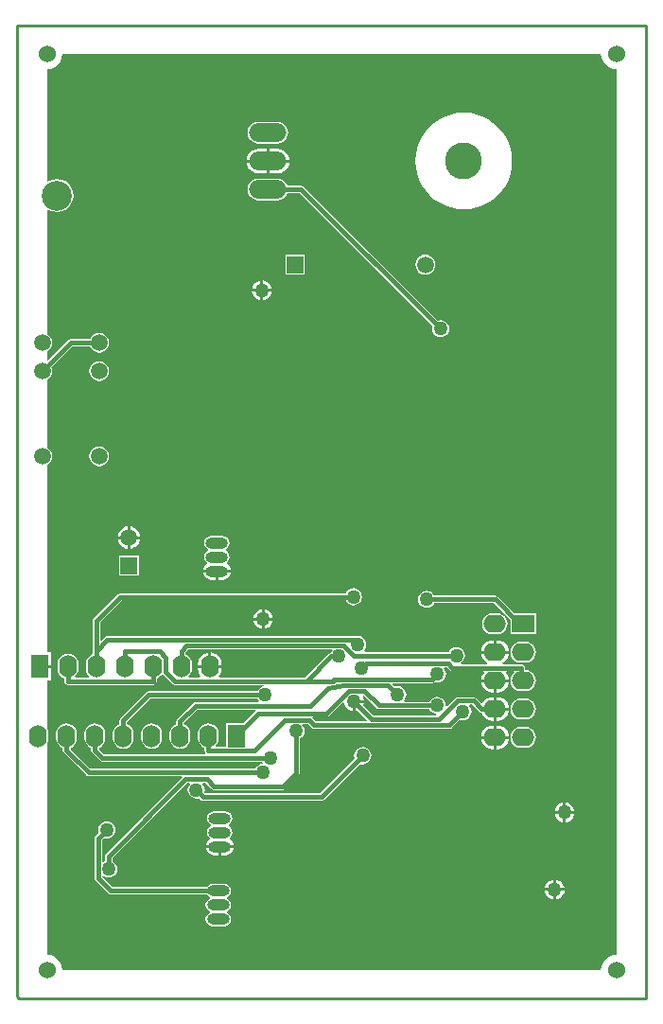
<source format=gbl>
G04*
G04 #@! TF.GenerationSoftware,Altium Limited,Altium Designer,20.0.13 (296)*
G04*
G04 Layer_Physical_Order=2*
G04 Layer_Color=16711680*
%FSLAX25Y25*%
%MOIN*%
G70*
G01*
G75*
%ADD16C,0.06000*%
%ADD20C,0.01000*%
%ADD67C,0.01520*%
%ADD68O,0.07874X0.03937*%
%ADD69O,0.07874X0.03937*%
%ADD70R,0.05937X0.05937*%
%ADD71C,0.05937*%
%ADD72C,0.05906*%
%ADD73R,0.05906X0.05906*%
%ADD74O,0.06299X0.07874*%
%ADD75R,0.06299X0.07874*%
%ADD76C,0.10551*%
%ADD77C,0.13000*%
%ADD78O,0.13200X0.06600*%
%ADD79R,0.07874X0.06299*%
%ADD80O,0.07874X0.06299*%
%ADD81C,0.05000*%
G36*
X205752Y-9941D02*
X205939Y-11356D01*
X206485Y-12675D01*
X207354Y-13807D01*
X208487Y-14676D01*
X209805Y-15223D01*
X211221Y-15409D01*
Y-327308D01*
X209805Y-327494D01*
X208487Y-328040D01*
X207354Y-328909D01*
X206485Y-330042D01*
X205939Y-331360D01*
X205752Y-332776D01*
X15901D01*
X15715Y-331360D01*
X15169Y-330042D01*
X14300Y-328909D01*
X13167Y-328040D01*
X11848Y-327494D01*
X10433Y-327308D01*
X10433Y-327308D01*
Y-253037D01*
X10566Y-252864D01*
X10934Y-251976D01*
X11059Y-251024D01*
Y-249449D01*
X10934Y-248496D01*
X10566Y-247608D01*
X10433Y-247435D01*
Y-230673D01*
X12027D01*
Y-226236D01*
X7878D01*
Y-225236D01*
X12027D01*
Y-220799D01*
X10433D01*
Y-154829D01*
X10619Y-154752D01*
X11340Y-154199D01*
X11894Y-153478D01*
X12242Y-152638D01*
X12360Y-151736D01*
X12242Y-150835D01*
X11894Y-149995D01*
X11340Y-149274D01*
X10619Y-148720D01*
X10433Y-148643D01*
Y-124829D01*
X10619Y-124752D01*
X11340Y-124199D01*
X11894Y-123477D01*
X12242Y-122638D01*
X12360Y-121736D01*
X12242Y-120835D01*
X12053Y-120378D01*
X19410Y-113021D01*
X25673D01*
X25862Y-113478D01*
X26415Y-114199D01*
X27137Y-114752D01*
X27977Y-115100D01*
X28878Y-115219D01*
X29779Y-115100D01*
X30619Y-114752D01*
X31341Y-114199D01*
X31894Y-113478D01*
X32242Y-112638D01*
X32361Y-111736D01*
X32242Y-110835D01*
X31894Y-109995D01*
X31341Y-109274D01*
X30619Y-108720D01*
X29779Y-108372D01*
X28878Y-108254D01*
X27977Y-108372D01*
X27137Y-108720D01*
X26415Y-109274D01*
X25862Y-109995D01*
X25673Y-110451D01*
X18878D01*
X18878Y-110451D01*
X18386Y-110549D01*
X17969Y-110828D01*
X17969Y-110828D01*
X10895Y-117902D01*
X10433Y-117711D01*
Y-114829D01*
X10619Y-114752D01*
X11340Y-114199D01*
X11894Y-113478D01*
X12242Y-112638D01*
X12360Y-111736D01*
X12242Y-110835D01*
X11894Y-109995D01*
X11340Y-109274D01*
X10619Y-108720D01*
X10433Y-108643D01*
Y-65010D01*
X10881Y-64789D01*
X11072Y-64935D01*
X12477Y-65517D01*
X13984Y-65715D01*
X15492Y-65517D01*
X16897Y-64935D01*
X18104Y-64009D01*
X19029Y-62802D01*
X19611Y-61398D01*
X19810Y-59890D01*
X19611Y-58382D01*
X19029Y-56977D01*
X18104Y-55771D01*
X16897Y-54845D01*
X15492Y-54263D01*
X13984Y-54064D01*
X12477Y-54263D01*
X11072Y-54845D01*
X10881Y-54991D01*
X10433Y-54770D01*
Y-15409D01*
X10433Y-15409D01*
X11848Y-15223D01*
X13167Y-14676D01*
X14300Y-13807D01*
X15169Y-12675D01*
X15715Y-11356D01*
X15901Y-9941D01*
X15901Y-9941D01*
X205752D01*
X205752Y-9941D01*
D02*
G37*
%LPC*%
G36*
X91678Y-33903D02*
X85078D01*
X84086Y-34034D01*
X83161Y-34417D01*
X82368Y-35026D01*
X81759Y-35820D01*
X81376Y-36744D01*
X81245Y-37736D01*
X81376Y-38728D01*
X81759Y-39653D01*
X82368Y-40446D01*
X83161Y-41056D01*
X84086Y-41438D01*
X85078Y-41569D01*
X91678D01*
X92670Y-41438D01*
X93594Y-41056D01*
X94388Y-40446D01*
X94997Y-39653D01*
X95380Y-38728D01*
X95511Y-37736D01*
X95380Y-36744D01*
X94997Y-35820D01*
X94388Y-35026D01*
X93594Y-34417D01*
X92670Y-34034D01*
X91678Y-33903D01*
D02*
G37*
G36*
Y-43399D02*
X88878D01*
Y-47236D01*
X95949D01*
X95867Y-46614D01*
X95434Y-45568D01*
X94745Y-44669D01*
X93846Y-43980D01*
X92800Y-43547D01*
X91678Y-43399D01*
D02*
G37*
G36*
X87878D02*
X85078D01*
X83955Y-43547D01*
X82909Y-43980D01*
X82011Y-44669D01*
X81322Y-45568D01*
X80889Y-46614D01*
X80807Y-47236D01*
X87878D01*
Y-43399D01*
D02*
G37*
G36*
X95949Y-48236D02*
X88878D01*
Y-52073D01*
X91678D01*
X92800Y-51925D01*
X93846Y-51492D01*
X94745Y-50803D01*
X95434Y-49905D01*
X95867Y-48859D01*
X95949Y-48236D01*
D02*
G37*
G36*
X87878D02*
X80807D01*
X80889Y-48859D01*
X81322Y-49905D01*
X82011Y-50803D01*
X82909Y-51492D01*
X83955Y-51925D01*
X85078Y-52073D01*
X87878D01*
Y-48236D01*
D02*
G37*
G36*
X157378Y-30700D02*
X155154Y-30845D01*
X152969Y-31280D01*
X150858Y-31997D01*
X148860Y-32982D01*
X147007Y-34220D01*
X145331Y-35690D01*
X143862Y-37365D01*
X142624Y-39218D01*
X141638Y-41217D01*
X140922Y-43327D01*
X140487Y-45513D01*
X140341Y-47736D01*
X140487Y-49960D01*
X140922Y-52146D01*
X141638Y-54256D01*
X142624Y-56255D01*
X143862Y-58107D01*
X145331Y-59783D01*
X147007Y-61252D01*
X148860Y-62490D01*
X150858Y-63476D01*
X152969Y-64192D01*
X155154Y-64627D01*
X157378Y-64773D01*
X159602Y-64627D01*
X161787Y-64192D01*
X163898Y-63476D01*
X165896Y-62490D01*
X167749Y-61252D01*
X169425Y-59783D01*
X170894Y-58107D01*
X172132Y-56255D01*
X173118Y-54256D01*
X173834Y-52146D01*
X174269Y-49960D01*
X174414Y-47736D01*
X174269Y-45513D01*
X173834Y-43327D01*
X173118Y-41217D01*
X172132Y-39218D01*
X170894Y-37365D01*
X169425Y-35690D01*
X167749Y-34220D01*
X165896Y-32982D01*
X163898Y-31997D01*
X161787Y-31280D01*
X159602Y-30845D01*
X157378Y-30700D01*
D02*
G37*
G36*
X101398Y-80783D02*
X94492D01*
Y-87689D01*
X101398D01*
Y-80783D01*
D02*
G37*
G36*
X143811Y-80754D02*
X142910Y-80872D01*
X142070Y-81220D01*
X141348Y-81774D01*
X140795Y-82495D01*
X140447Y-83335D01*
X140328Y-84236D01*
X140447Y-85138D01*
X140795Y-85978D01*
X141348Y-86699D01*
X142070Y-87252D01*
X142910Y-87600D01*
X143811Y-87719D01*
X144712Y-87600D01*
X145552Y-87252D01*
X146274Y-86699D01*
X146827Y-85978D01*
X147175Y-85138D01*
X147293Y-84236D01*
X147175Y-83335D01*
X146827Y-82495D01*
X146274Y-81774D01*
X145552Y-81220D01*
X144712Y-80872D01*
X143811Y-80754D01*
D02*
G37*
G36*
X86721Y-89843D02*
Y-92807D01*
X89685D01*
X89630Y-92393D01*
X89278Y-91542D01*
X88717Y-90811D01*
X87986Y-90250D01*
X87134Y-89897D01*
X86721Y-89843D01*
D02*
G37*
G36*
X85720D02*
X85307Y-89897D01*
X84455Y-90250D01*
X83724Y-90811D01*
X83163Y-91542D01*
X82811Y-92393D01*
X82756Y-92807D01*
X85720D01*
Y-89843D01*
D02*
G37*
G36*
X89685Y-93807D02*
X86721D01*
Y-96772D01*
X87134Y-96717D01*
X87986Y-96364D01*
X88717Y-95803D01*
X89278Y-95072D01*
X89630Y-94221D01*
X89685Y-93807D01*
D02*
G37*
G36*
X85720D02*
X82756D01*
X82811Y-94221D01*
X83163Y-95072D01*
X83724Y-95803D01*
X84455Y-96364D01*
X85307Y-96717D01*
X85720Y-96772D01*
Y-93807D01*
D02*
G37*
G36*
X91678Y-53903D02*
X85078D01*
X84086Y-54034D01*
X83161Y-54417D01*
X82368Y-55026D01*
X81759Y-55820D01*
X81376Y-56744D01*
X81245Y-57736D01*
X81376Y-58728D01*
X81759Y-59653D01*
X82368Y-60446D01*
X83161Y-61055D01*
X84086Y-61438D01*
X85078Y-61569D01*
X91678D01*
X92670Y-61438D01*
X93594Y-61055D01*
X94388Y-60446D01*
X94997Y-59653D01*
X95259Y-59021D01*
X99546D01*
X146350Y-105825D01*
X146255Y-106053D01*
X146152Y-106836D01*
X146255Y-107619D01*
X146557Y-108349D01*
X147038Y-108976D01*
X147665Y-109457D01*
X148395Y-109759D01*
X149178Y-109862D01*
X149961Y-109759D01*
X150691Y-109457D01*
X151318Y-108976D01*
X151798Y-108349D01*
X152101Y-107619D01*
X152204Y-106836D01*
X152101Y-106053D01*
X151798Y-105323D01*
X151318Y-104697D01*
X150691Y-104216D01*
X149961Y-103913D01*
X149178Y-103810D01*
X148395Y-103913D01*
X148167Y-104008D01*
X100986Y-56828D01*
X100570Y-56549D01*
X100078Y-56451D01*
X100078Y-56451D01*
X95259D01*
X94997Y-55820D01*
X94388Y-55026D01*
X93594Y-54417D01*
X92670Y-54034D01*
X91678Y-53903D01*
D02*
G37*
G36*
X28878Y-118254D02*
X27977Y-118372D01*
X27137Y-118720D01*
X26415Y-119274D01*
X25862Y-119995D01*
X25514Y-120835D01*
X25395Y-121736D01*
X25514Y-122638D01*
X25862Y-123477D01*
X26415Y-124199D01*
X27137Y-124752D01*
X27977Y-125100D01*
X28878Y-125219D01*
X29779Y-125100D01*
X30619Y-124752D01*
X31341Y-124199D01*
X31894Y-123477D01*
X32242Y-122638D01*
X32361Y-121736D01*
X32242Y-120835D01*
X31894Y-119995D01*
X31341Y-119274D01*
X30619Y-118720D01*
X29779Y-118372D01*
X28878Y-118254D01*
D02*
G37*
G36*
Y-148254D02*
X27977Y-148372D01*
X27137Y-148720D01*
X26415Y-149274D01*
X25862Y-149995D01*
X25514Y-150835D01*
X25395Y-151736D01*
X25514Y-152638D01*
X25862Y-153478D01*
X26415Y-154199D01*
X27137Y-154752D01*
X27977Y-155100D01*
X28878Y-155219D01*
X29779Y-155100D01*
X30619Y-154752D01*
X31341Y-154199D01*
X31894Y-153478D01*
X32242Y-152638D01*
X32361Y-151736D01*
X32242Y-150835D01*
X31894Y-149995D01*
X31341Y-149274D01*
X30619Y-148720D01*
X29779Y-148372D01*
X28878Y-148254D01*
D02*
G37*
G36*
X39878Y-176457D02*
Y-179894D01*
X43315D01*
X43244Y-179358D01*
X42844Y-178392D01*
X42208Y-177563D01*
X41379Y-176927D01*
X40414Y-176527D01*
X39878Y-176457D01*
D02*
G37*
G36*
X38878D02*
X38342Y-176527D01*
X37377Y-176927D01*
X36548Y-177563D01*
X35912Y-178392D01*
X35512Y-179358D01*
X35441Y-179894D01*
X38878D01*
Y-176457D01*
D02*
G37*
G36*
X43315Y-180894D02*
X39878D01*
Y-184330D01*
X40414Y-184260D01*
X41379Y-183860D01*
X42208Y-183224D01*
X42844Y-182395D01*
X43244Y-181430D01*
X43315Y-180894D01*
D02*
G37*
G36*
X38878D02*
X35441D01*
X35512Y-181430D01*
X35912Y-182395D01*
X36548Y-183224D01*
X37377Y-183860D01*
X38342Y-184260D01*
X38878Y-184330D01*
Y-180894D01*
D02*
G37*
G36*
X72347Y-179719D02*
X68409D01*
X67446Y-179911D01*
X66630Y-180456D01*
X66084Y-181273D01*
X65893Y-182236D01*
X66084Y-183199D01*
X66630Y-184016D01*
X67292Y-184458D01*
X67306Y-184500D01*
Y-184973D01*
X67292Y-185014D01*
X66630Y-185457D01*
X66084Y-186273D01*
X65893Y-187236D01*
X66084Y-188199D01*
X66630Y-189016D01*
X66870Y-189176D01*
X66799Y-189730D01*
X66292Y-190119D01*
X65816Y-190739D01*
X65517Y-191461D01*
X65481Y-191736D01*
X75275D01*
X75239Y-191461D01*
X74939Y-190739D01*
X74464Y-190119D01*
X73957Y-189730D01*
X73886Y-189176D01*
X74126Y-189016D01*
X74672Y-188199D01*
X74863Y-187236D01*
X74672Y-186273D01*
X74126Y-185457D01*
X73464Y-185014D01*
X73450Y-184973D01*
Y-184500D01*
X73464Y-184458D01*
X74126Y-184016D01*
X74672Y-183199D01*
X74863Y-182236D01*
X74672Y-181273D01*
X74126Y-180456D01*
X73310Y-179911D01*
X72347Y-179719D01*
D02*
G37*
G36*
X42846Y-186768D02*
X35909D01*
Y-193705D01*
X42846D01*
Y-186768D01*
D02*
G37*
G36*
X75275Y-192736D02*
X70878D01*
Y-195230D01*
X72347D01*
X73121Y-195128D01*
X73843Y-194829D01*
X74464Y-194353D01*
X74939Y-193733D01*
X75239Y-193011D01*
X75275Y-192736D01*
D02*
G37*
G36*
X69878D02*
X65481D01*
X65517Y-193011D01*
X65816Y-193733D01*
X66292Y-194353D01*
X66912Y-194829D01*
X67634Y-195128D01*
X68410Y-195230D01*
X69878D01*
Y-192736D01*
D02*
G37*
G36*
X118478Y-198210D02*
X117695Y-198313D01*
X116965Y-198616D01*
X116338Y-199097D01*
X115857Y-199723D01*
X115763Y-199952D01*
X36378D01*
X36378Y-199952D01*
X35886Y-200049D01*
X35469Y-200328D01*
X35469Y-200328D01*
X26970Y-208828D01*
X26691Y-209245D01*
X26593Y-209736D01*
X26593Y-209736D01*
Y-220236D01*
X26593Y-220236D01*
X26593Y-220236D01*
Y-221531D01*
X26037Y-221761D01*
X25275Y-222346D01*
X24690Y-223108D01*
X24322Y-223996D01*
X24197Y-224949D01*
Y-226524D01*
X24322Y-227476D01*
X24690Y-228364D01*
X25275Y-229127D01*
X25342Y-229178D01*
X25181Y-229651D01*
X20574D01*
X20414Y-229178D01*
X20481Y-229127D01*
X21066Y-228364D01*
X21434Y-227476D01*
X21559Y-226524D01*
Y-224949D01*
X21434Y-223996D01*
X21066Y-223108D01*
X20481Y-222346D01*
X19718Y-221761D01*
X18831Y-221393D01*
X17878Y-221268D01*
X16925Y-221393D01*
X16037Y-221761D01*
X15275Y-222346D01*
X14690Y-223108D01*
X14322Y-223996D01*
X14197Y-224949D01*
Y-226524D01*
X14322Y-227476D01*
X14690Y-228364D01*
X15275Y-229127D01*
X16037Y-229712D01*
X16593Y-229942D01*
Y-230936D01*
X16691Y-231428D01*
X16970Y-231845D01*
X17386Y-232123D01*
X17878Y-232221D01*
X47878D01*
X48370Y-232123D01*
X48786Y-231845D01*
X49065Y-231428D01*
X49163Y-230936D01*
Y-229942D01*
X49718Y-229712D01*
X50481Y-229127D01*
X50860Y-228632D01*
X51469Y-228644D01*
X51469Y-228645D01*
X54669Y-231845D01*
X54669Y-231845D01*
X55086Y-232123D01*
X55578Y-232221D01*
X86890D01*
X86926Y-232252D01*
X86765Y-232778D01*
X86495Y-232813D01*
X85765Y-233116D01*
X85138Y-233597D01*
X84657Y-234223D01*
X84563Y-234452D01*
X46378D01*
X45886Y-234549D01*
X45469Y-234828D01*
X45469Y-234828D01*
X36470Y-243828D01*
X36191Y-244245D01*
X36093Y-244736D01*
X36093Y-244736D01*
Y-246031D01*
X35537Y-246261D01*
X34775Y-246846D01*
X34190Y-247608D01*
X33822Y-248496D01*
X33697Y-249449D01*
Y-251024D01*
X33822Y-251976D01*
X34190Y-252864D01*
X34775Y-253626D01*
X35537Y-254211D01*
X36425Y-254579D01*
X37378Y-254705D01*
X38331Y-254579D01*
X39219Y-254211D01*
X39981Y-253626D01*
X40566Y-252864D01*
X40934Y-251976D01*
X41059Y-251024D01*
Y-249449D01*
X40934Y-248496D01*
X40566Y-247608D01*
X39981Y-246846D01*
X39219Y-246261D01*
X38663Y-246031D01*
Y-245268D01*
X46910Y-237021D01*
X84563D01*
X84657Y-237249D01*
X85120Y-237852D01*
X85092Y-238024D01*
X84980Y-238351D01*
X62778D01*
X62286Y-238449D01*
X61870Y-238728D01*
X61870Y-238728D01*
X56470Y-244128D01*
X56191Y-244545D01*
X56093Y-245036D01*
X56093Y-245036D01*
Y-246031D01*
X55537Y-246261D01*
X54775Y-246846D01*
X54190Y-247608D01*
X53822Y-248496D01*
X53697Y-249449D01*
Y-251024D01*
X53822Y-251976D01*
X54190Y-252864D01*
X54775Y-253626D01*
X55537Y-254211D01*
X56425Y-254579D01*
X57378Y-254705D01*
X58331Y-254579D01*
X59219Y-254211D01*
X59981Y-253626D01*
X60566Y-252864D01*
X60934Y-251976D01*
X61059Y-251024D01*
Y-249449D01*
X60934Y-248496D01*
X60566Y-247608D01*
X59981Y-246846D01*
X59219Y-246261D01*
X58663Y-246031D01*
Y-245568D01*
X63310Y-240921D01*
X83886D01*
X83981Y-241057D01*
X84076Y-241421D01*
X79698Y-245799D01*
X73728D01*
Y-254152D01*
X70074D01*
X69914Y-253678D01*
X69981Y-253626D01*
X70566Y-252864D01*
X70934Y-251976D01*
X71059Y-251024D01*
Y-249449D01*
X70934Y-248496D01*
X70566Y-247608D01*
X69981Y-246846D01*
X69218Y-246261D01*
X68331Y-245893D01*
X67378Y-245768D01*
X66425Y-245893D01*
X65537Y-246261D01*
X64775Y-246846D01*
X64190Y-247608D01*
X63822Y-248496D01*
X63697Y-249449D01*
Y-251024D01*
X63822Y-251976D01*
X64190Y-252864D01*
X64775Y-253626D01*
X65537Y-254211D01*
X66093Y-254442D01*
Y-255436D01*
X66191Y-255928D01*
X66341Y-256152D01*
X66097Y-256651D01*
X30610D01*
X28860Y-254901D01*
X28950Y-254323D01*
X29219Y-254211D01*
X29981Y-253626D01*
X30566Y-252864D01*
X30934Y-251976D01*
X31059Y-251024D01*
Y-249449D01*
X30934Y-248496D01*
X30566Y-247608D01*
X29981Y-246846D01*
X29219Y-246261D01*
X28331Y-245893D01*
X27378Y-245768D01*
X26425Y-245893D01*
X25537Y-246261D01*
X24775Y-246846D01*
X24190Y-247608D01*
X23822Y-248496D01*
X23697Y-249449D01*
Y-251024D01*
X23822Y-251976D01*
X24190Y-252864D01*
X24775Y-253626D01*
X25537Y-254211D01*
X26093Y-254442D01*
Y-255236D01*
X26093Y-255236D01*
X26191Y-255728D01*
X26469Y-256145D01*
X29169Y-258845D01*
X29169Y-258845D01*
X29586Y-259123D01*
X30078Y-259221D01*
X30078Y-259221D01*
X86402D01*
X86616Y-259595D01*
X86386Y-260049D01*
X85895Y-260113D01*
X85165Y-260416D01*
X84538Y-260897D01*
X84057Y-261523D01*
X83963Y-261752D01*
X25710D01*
X18860Y-254901D01*
X18950Y-254323D01*
X19218Y-254211D01*
X19981Y-253626D01*
X20566Y-252864D01*
X20934Y-251976D01*
X21059Y-251024D01*
Y-249449D01*
X20934Y-248496D01*
X20566Y-247608D01*
X19981Y-246846D01*
X19218Y-246261D01*
X18331Y-245893D01*
X17378Y-245768D01*
X16425Y-245893D01*
X15537Y-246261D01*
X14775Y-246846D01*
X14190Y-247608D01*
X13822Y-248496D01*
X13697Y-249449D01*
Y-251024D01*
X13822Y-251976D01*
X14190Y-252864D01*
X14775Y-253626D01*
X15537Y-254211D01*
X16093Y-254442D01*
Y-255236D01*
X16093Y-255236D01*
X16191Y-255728D01*
X16469Y-256145D01*
X24270Y-263945D01*
X24270Y-263945D01*
X24686Y-264223D01*
X25178Y-264321D01*
X25178Y-264321D01*
X57949D01*
X58156Y-264821D01*
X31332Y-291645D01*
X31054Y-292062D01*
X30956Y-292553D01*
X30956Y-292553D01*
Y-294383D01*
X30728Y-294478D01*
X30263Y-294835D01*
X29763Y-294621D01*
Y-286968D01*
X30566Y-286164D01*
X30795Y-286259D01*
X31578Y-286362D01*
X32361Y-286259D01*
X33091Y-285957D01*
X33718Y-285476D01*
X34198Y-284849D01*
X34501Y-284119D01*
X34604Y-283336D01*
X34501Y-282553D01*
X34198Y-281823D01*
X33718Y-281197D01*
X33091Y-280716D01*
X32361Y-280413D01*
X31578Y-280310D01*
X30795Y-280413D01*
X30065Y-280716D01*
X29438Y-281197D01*
X28958Y-281823D01*
X28655Y-282553D01*
X28552Y-283336D01*
X28655Y-284119D01*
X28750Y-284348D01*
X27569Y-285528D01*
X27291Y-285945D01*
X27193Y-286436D01*
X27193Y-286436D01*
Y-300236D01*
X27193Y-300236D01*
X27291Y-300728D01*
X27569Y-301145D01*
X32070Y-305645D01*
X32486Y-305923D01*
X32978Y-306021D01*
X32978Y-306021D01*
X66799D01*
X67130Y-306516D01*
X67792Y-306958D01*
X67806Y-307000D01*
Y-307473D01*
X67792Y-307514D01*
X67130Y-307957D01*
X66584Y-308773D01*
X66393Y-309736D01*
X66584Y-310699D01*
X67130Y-311516D01*
X67792Y-311958D01*
X67806Y-312000D01*
Y-312473D01*
X67792Y-312514D01*
X67130Y-312957D01*
X66584Y-313773D01*
X66393Y-314736D01*
X66584Y-315699D01*
X67130Y-316516D01*
X67946Y-317061D01*
X68910Y-317253D01*
X72847D01*
X73810Y-317061D01*
X74626Y-316516D01*
X75172Y-315699D01*
X75363Y-314736D01*
X75172Y-313773D01*
X74626Y-312957D01*
X73964Y-312514D01*
X73950Y-312473D01*
Y-312000D01*
X73964Y-311958D01*
X74626Y-311516D01*
X75172Y-310699D01*
X75363Y-309736D01*
X75172Y-308773D01*
X74626Y-307957D01*
X73964Y-307514D01*
X73950Y-307473D01*
Y-307000D01*
X73964Y-306958D01*
X74626Y-306516D01*
X75172Y-305699D01*
X75363Y-304736D01*
X75172Y-303773D01*
X74626Y-302957D01*
X73810Y-302411D01*
X72847Y-302219D01*
X68909D01*
X67946Y-302411D01*
X67130Y-302957D01*
X66799Y-303451D01*
X33510D01*
X30053Y-299995D01*
X30081Y-299853D01*
X30630Y-299644D01*
X30728Y-299719D01*
X31458Y-300021D01*
X32241Y-300124D01*
X33024Y-300021D01*
X33754Y-299719D01*
X34381Y-299238D01*
X34861Y-298611D01*
X35164Y-297882D01*
X35267Y-297098D01*
X35164Y-296315D01*
X34861Y-295585D01*
X34381Y-294959D01*
X33754Y-294478D01*
X33526Y-294383D01*
Y-293085D01*
X59850Y-266761D01*
X60596D01*
X60812Y-267261D01*
X60457Y-267723D01*
X60155Y-268453D01*
X60052Y-269236D01*
X60155Y-270019D01*
X60457Y-270749D01*
X60938Y-271376D01*
X61565Y-271857D01*
X62295Y-272159D01*
X63078Y-272262D01*
X63861Y-272159D01*
X64089Y-272064D01*
X64670Y-272645D01*
X64670Y-272645D01*
X65086Y-272923D01*
X65578Y-273021D01*
X107252D01*
X107252Y-273021D01*
X107744Y-272923D01*
X108160Y-272645D01*
X120766Y-260038D01*
X120995Y-260133D01*
X121778Y-260236D01*
X122561Y-260133D01*
X123291Y-259831D01*
X123918Y-259350D01*
X124399Y-258723D01*
X124701Y-257993D01*
X124804Y-257210D01*
X124701Y-256427D01*
X124399Y-255697D01*
X123918Y-255071D01*
X123291Y-254590D01*
X122561Y-254287D01*
X121778Y-254184D01*
X120995Y-254287D01*
X120265Y-254590D01*
X119638Y-255071D01*
X119157Y-255697D01*
X118855Y-256427D01*
X118752Y-257210D01*
X118855Y-257993D01*
X118950Y-258222D01*
X106720Y-270451D01*
X66356D01*
X66022Y-270046D01*
X66004Y-269995D01*
X66104Y-269236D01*
X66001Y-268453D01*
X65698Y-267723D01*
X65344Y-267261D01*
X65560Y-266761D01*
X66306D01*
X68415Y-268870D01*
X68415Y-268870D01*
X68831Y-269148D01*
X69323Y-269246D01*
X93453D01*
X93453Y-269246D01*
X93944Y-269148D01*
X94361Y-268870D01*
X99086Y-264145D01*
X99086Y-264145D01*
X99365Y-263728D01*
X99463Y-263236D01*
Y-251251D01*
X99691Y-251157D01*
X100318Y-250676D01*
X100798Y-250049D01*
X101101Y-249319D01*
X101204Y-248536D01*
X101101Y-247753D01*
X100798Y-247023D01*
X100413Y-246521D01*
X100591Y-246021D01*
X102446D01*
X103770Y-247345D01*
X103770Y-247345D01*
X104186Y-247623D01*
X104678Y-247721D01*
X152278D01*
X152278Y-247721D01*
X152770Y-247623D01*
X153186Y-247345D01*
X156067Y-244464D01*
X156295Y-244559D01*
X157078Y-244662D01*
X157861Y-244559D01*
X158591Y-244257D01*
X159218Y-243776D01*
X159698Y-243149D01*
X160001Y-242419D01*
X160104Y-241636D01*
X160001Y-240853D01*
X159698Y-240123D01*
X159344Y-239661D01*
X159560Y-239161D01*
X160246D01*
X162730Y-241645D01*
X163146Y-241923D01*
X163631Y-242019D01*
X163966Y-242829D01*
X164631Y-243696D01*
X165498Y-244361D01*
X166507Y-244779D01*
X167590Y-244922D01*
X167878D01*
Y-240736D01*
Y-236551D01*
X167590D01*
X166507Y-236693D01*
X165498Y-237111D01*
X164631Y-237777D01*
X164011Y-238585D01*
X163787Y-238689D01*
X163471Y-238752D01*
X161686Y-236968D01*
X161270Y-236689D01*
X160778Y-236592D01*
X160778Y-236592D01*
X155128D01*
X154636Y-236689D01*
X154219Y-236968D01*
X154219Y-236968D01*
X151437Y-239750D01*
X151276Y-239670D01*
X150997Y-239483D01*
X150901Y-238753D01*
X150599Y-238023D01*
X150118Y-237397D01*
X149491Y-236916D01*
X148761Y-236613D01*
X147978Y-236510D01*
X147195Y-236613D01*
X146465Y-236916D01*
X145838Y-237397D01*
X145357Y-238023D01*
X145263Y-238251D01*
X136491D01*
X136313Y-237752D01*
X136698Y-237249D01*
X137001Y-236519D01*
X137104Y-235736D01*
X137001Y-234953D01*
X136698Y-234223D01*
X136218Y-233597D01*
X135591Y-233116D01*
X134861Y-232813D01*
X134078Y-232710D01*
X133295Y-232813D01*
X133066Y-232908D01*
X132214Y-232055D01*
X132405Y-231593D01*
X146205D01*
X146205Y-231593D01*
X146697Y-231495D01*
X147052Y-231258D01*
X147295Y-231359D01*
X148078Y-231462D01*
X148861Y-231359D01*
X149591Y-231057D01*
X150218Y-230576D01*
X150698Y-229949D01*
X151001Y-229219D01*
X151104Y-228436D01*
X151001Y-227653D01*
X150698Y-226923D01*
X150344Y-226461D01*
X150560Y-225961D01*
X151306D01*
X152489Y-227145D01*
X152489Y-227145D01*
X152906Y-227423D01*
X153398Y-227521D01*
X164197D01*
X164444Y-228021D01*
X163966Y-228643D01*
X163548Y-229653D01*
X163471Y-230236D01*
X173285D01*
X173208Y-229653D01*
X172790Y-228643D01*
X172312Y-228021D01*
X172559Y-227521D01*
X174964D01*
X175134Y-228021D01*
X174988Y-228133D01*
X174403Y-228896D01*
X174035Y-229784D01*
X173909Y-230736D01*
X174035Y-231689D01*
X174403Y-232577D01*
X174988Y-233339D01*
X175750Y-233924D01*
X176638Y-234292D01*
X177591Y-234417D01*
X179165D01*
X180118Y-234292D01*
X181006Y-233924D01*
X181768Y-233339D01*
X182353Y-232577D01*
X182721Y-231689D01*
X182846Y-230736D01*
X182721Y-229784D01*
X182353Y-228896D01*
X181768Y-228133D01*
X181006Y-227548D01*
X180118Y-227181D01*
X179165Y-227055D01*
X178863D01*
Y-226236D01*
X178765Y-225745D01*
X178486Y-225328D01*
X178070Y-225049D01*
X177578Y-224952D01*
X171139D01*
X171039Y-224451D01*
X171258Y-224361D01*
X172125Y-223696D01*
X172790Y-222829D01*
X173208Y-221819D01*
X173285Y-221236D01*
X163471D01*
X163548Y-221819D01*
X163966Y-222829D01*
X164631Y-223696D01*
X165498Y-224361D01*
X165717Y-224451D01*
X165617Y-224952D01*
X156598D01*
X156428Y-224451D01*
X156918Y-224076D01*
X157398Y-223449D01*
X157701Y-222719D01*
X157804Y-221936D01*
X157701Y-221153D01*
X157398Y-220423D01*
X156918Y-219797D01*
X156291Y-219316D01*
X155561Y-219013D01*
X154778Y-218910D01*
X153995Y-219013D01*
X153265Y-219316D01*
X152638Y-219797D01*
X152157Y-220423D01*
X152063Y-220652D01*
X122430D01*
X122266Y-220151D01*
X122663Y-219634D01*
X122966Y-218904D01*
X123069Y-218121D01*
X122966Y-217338D01*
X122663Y-216608D01*
X122183Y-215982D01*
X121556Y-215501D01*
X120826Y-215198D01*
X120043Y-215095D01*
X119260Y-215198D01*
X118984Y-215313D01*
X118770Y-215169D01*
X118278Y-215072D01*
X118278Y-215072D01*
X31758D01*
X31758Y-215072D01*
X31266Y-215169D01*
X30849Y-215448D01*
X30849Y-215448D01*
X29625Y-216673D01*
X29163Y-216481D01*
Y-210268D01*
X36910Y-202521D01*
X115763D01*
X115857Y-202749D01*
X116338Y-203376D01*
X116965Y-203857D01*
X117695Y-204159D01*
X118478Y-204262D01*
X119261Y-204159D01*
X119991Y-203857D01*
X120618Y-203376D01*
X121098Y-202749D01*
X121401Y-202019D01*
X121504Y-201236D01*
X121401Y-200453D01*
X121098Y-199723D01*
X120618Y-199097D01*
X119991Y-198616D01*
X119261Y-198313D01*
X118478Y-198210D01*
D02*
G37*
G36*
X87114Y-205591D02*
Y-208555D01*
X90079D01*
X90024Y-208141D01*
X89671Y-207290D01*
X89110Y-206559D01*
X88379Y-205998D01*
X87528Y-205645D01*
X87114Y-205591D01*
D02*
G37*
G36*
X86114D02*
X85701Y-205645D01*
X84849Y-205998D01*
X84118Y-206559D01*
X83557Y-207290D01*
X83204Y-208141D01*
X83150Y-208555D01*
X86114D01*
Y-205591D01*
D02*
G37*
G36*
X90079Y-209555D02*
X87114D01*
Y-212520D01*
X87528Y-212465D01*
X88379Y-212112D01*
X89110Y-211551D01*
X89671Y-210820D01*
X90024Y-209969D01*
X90079Y-209555D01*
D02*
G37*
G36*
X86114D02*
X83150D01*
X83204Y-209969D01*
X83557Y-210820D01*
X84118Y-211551D01*
X84849Y-212112D01*
X85701Y-212465D01*
X86114Y-212520D01*
Y-209555D01*
D02*
G37*
G36*
X144278Y-199110D02*
X143495Y-199213D01*
X142765Y-199516D01*
X142138Y-199997D01*
X141657Y-200623D01*
X141355Y-201353D01*
X141252Y-202136D01*
X141355Y-202919D01*
X141657Y-203649D01*
X142138Y-204276D01*
X142765Y-204757D01*
X143495Y-205059D01*
X144278Y-205162D01*
X145061Y-205059D01*
X145791Y-204757D01*
X146418Y-204276D01*
X146898Y-203649D01*
X146993Y-203421D01*
X167946D01*
X173941Y-209416D01*
Y-214386D01*
X182815D01*
Y-207087D01*
X175245D01*
X169386Y-201228D01*
X168970Y-200949D01*
X168478Y-200851D01*
X168478Y-200851D01*
X146993D01*
X146898Y-200623D01*
X146418Y-199997D01*
X145791Y-199516D01*
X145061Y-199213D01*
X144278Y-199110D01*
D02*
G37*
G36*
X169165Y-207055D02*
X167590D01*
X166638Y-207181D01*
X165750Y-207548D01*
X164988Y-208133D01*
X164403Y-208896D01*
X164035Y-209784D01*
X163909Y-210736D01*
X164035Y-211689D01*
X164403Y-212577D01*
X164988Y-213339D01*
X165750Y-213924D01*
X166638Y-214292D01*
X167590Y-214417D01*
X169165D01*
X170118Y-214292D01*
X171006Y-213924D01*
X171768Y-213339D01*
X172353Y-212577D01*
X172721Y-211689D01*
X172846Y-210736D01*
X172721Y-209784D01*
X172353Y-208896D01*
X171768Y-208133D01*
X171006Y-207548D01*
X170118Y-207181D01*
X169165Y-207055D01*
D02*
G37*
G36*
Y-216551D02*
X168878D01*
Y-220236D01*
X173285D01*
X173208Y-219653D01*
X172790Y-218643D01*
X172125Y-217777D01*
X171258Y-217111D01*
X170249Y-216693D01*
X169165Y-216551D01*
D02*
G37*
G36*
X167878D02*
X167590D01*
X166507Y-216693D01*
X165498Y-217111D01*
X164631Y-217777D01*
X163966Y-218643D01*
X163548Y-219653D01*
X163471Y-220236D01*
X167878D01*
Y-216551D01*
D02*
G37*
G36*
X179165Y-217055D02*
X177591D01*
X176638Y-217181D01*
X175750Y-217548D01*
X174988Y-218133D01*
X174403Y-218896D01*
X174035Y-219783D01*
X173909Y-220736D01*
X174035Y-221689D01*
X174403Y-222577D01*
X174988Y-223339D01*
X175750Y-223924D01*
X176638Y-224292D01*
X177591Y-224417D01*
X179165D01*
X180118Y-224292D01*
X181006Y-223924D01*
X181768Y-223339D01*
X182353Y-222577D01*
X182721Y-221689D01*
X182846Y-220736D01*
X182721Y-219783D01*
X182353Y-218896D01*
X181768Y-218133D01*
X181006Y-217548D01*
X180118Y-217181D01*
X179165Y-217055D01*
D02*
G37*
G36*
X173285Y-231236D02*
X168878D01*
Y-234922D01*
X169165D01*
X170249Y-234779D01*
X171258Y-234361D01*
X172125Y-233696D01*
X172790Y-232829D01*
X173208Y-231820D01*
X173285Y-231236D01*
D02*
G37*
G36*
X167878D02*
X163471D01*
X163548Y-231820D01*
X163966Y-232829D01*
X164631Y-233696D01*
X165498Y-234361D01*
X166507Y-234779D01*
X167590Y-234922D01*
X167878D01*
Y-231236D01*
D02*
G37*
G36*
X169165Y-236551D02*
X168878D01*
Y-240236D01*
X173285D01*
X173208Y-239653D01*
X172790Y-238644D01*
X172125Y-237777D01*
X171258Y-237111D01*
X170249Y-236693D01*
X169165Y-236551D01*
D02*
G37*
G36*
X179165Y-237055D02*
X177591D01*
X176638Y-237181D01*
X175750Y-237548D01*
X174988Y-238133D01*
X174403Y-238896D01*
X174035Y-239784D01*
X173909Y-240736D01*
X174035Y-241689D01*
X174403Y-242577D01*
X174988Y-243339D01*
X175750Y-243924D01*
X176638Y-244292D01*
X177591Y-244417D01*
X179165D01*
X180118Y-244292D01*
X181006Y-243924D01*
X181768Y-243339D01*
X182353Y-242577D01*
X182721Y-241689D01*
X182846Y-240736D01*
X182721Y-239784D01*
X182353Y-238896D01*
X181768Y-238133D01*
X181006Y-237548D01*
X180118Y-237181D01*
X179165Y-237055D01*
D02*
G37*
G36*
X173285Y-241236D02*
X168878D01*
Y-244922D01*
X169165D01*
X170249Y-244779D01*
X171258Y-244361D01*
X172125Y-243696D01*
X172790Y-242829D01*
X173208Y-241820D01*
X173285Y-241236D01*
D02*
G37*
G36*
X169165Y-246551D02*
X168878D01*
Y-250236D01*
X173285D01*
X173208Y-249653D01*
X172790Y-248643D01*
X172125Y-247777D01*
X171258Y-247112D01*
X170249Y-246693D01*
X169165Y-246551D01*
D02*
G37*
G36*
X167878D02*
X167590D01*
X166507Y-246693D01*
X165498Y-247112D01*
X164631Y-247777D01*
X163966Y-248643D01*
X163548Y-249653D01*
X163471Y-250236D01*
X167878D01*
Y-246551D01*
D02*
G37*
G36*
X179165Y-247055D02*
X177591D01*
X176638Y-247181D01*
X175750Y-247548D01*
X174988Y-248133D01*
X174403Y-248896D01*
X174035Y-249783D01*
X173909Y-250736D01*
X174035Y-251689D01*
X174403Y-252577D01*
X174988Y-253339D01*
X175750Y-253924D01*
X176638Y-254292D01*
X177591Y-254417D01*
X179165D01*
X180118Y-254292D01*
X181006Y-253924D01*
X181768Y-253339D01*
X182353Y-252577D01*
X182721Y-251689D01*
X182846Y-250736D01*
X182721Y-249783D01*
X182353Y-248896D01*
X181768Y-248133D01*
X181006Y-247548D01*
X180118Y-247181D01*
X179165Y-247055D01*
D02*
G37*
G36*
X47378Y-245768D02*
X46425Y-245893D01*
X45537Y-246261D01*
X44775Y-246846D01*
X44190Y-247608D01*
X43822Y-248496D01*
X43697Y-249449D01*
Y-251024D01*
X43822Y-251976D01*
X44190Y-252864D01*
X44775Y-253626D01*
X45537Y-254211D01*
X46425Y-254579D01*
X47378Y-254705D01*
X48331Y-254579D01*
X49218Y-254211D01*
X49981Y-253626D01*
X50566Y-252864D01*
X50934Y-251976D01*
X51059Y-251024D01*
Y-249449D01*
X50934Y-248496D01*
X50566Y-247608D01*
X49981Y-246846D01*
X49218Y-246261D01*
X48331Y-245893D01*
X47378Y-245768D01*
D02*
G37*
G36*
X173285Y-251236D02*
X168878D01*
Y-254922D01*
X169165D01*
X170249Y-254779D01*
X171258Y-254361D01*
X172125Y-253696D01*
X172790Y-252829D01*
X173208Y-251819D01*
X173285Y-251236D01*
D02*
G37*
G36*
X167878D02*
X163471D01*
X163548Y-251819D01*
X163966Y-252829D01*
X164631Y-253696D01*
X165498Y-254361D01*
X166507Y-254779D01*
X167590Y-254922D01*
X167878D01*
Y-251236D01*
D02*
G37*
G36*
X193413Y-273701D02*
Y-276665D01*
X196378D01*
X196323Y-276252D01*
X195971Y-275400D01*
X195410Y-274669D01*
X194678Y-274108D01*
X193827Y-273755D01*
X193413Y-273701D01*
D02*
G37*
G36*
X192413D02*
X192000Y-273755D01*
X191148Y-274108D01*
X190417Y-274669D01*
X189856Y-275400D01*
X189504Y-276252D01*
X189449Y-276665D01*
X192413D01*
Y-273701D01*
D02*
G37*
G36*
X196378Y-277665D02*
X193413D01*
Y-280630D01*
X193827Y-280575D01*
X194678Y-280223D01*
X195410Y-279662D01*
X195971Y-278930D01*
X196323Y-278079D01*
X196378Y-277665D01*
D02*
G37*
G36*
X192413D02*
X189449D01*
X189504Y-278079D01*
X189856Y-278930D01*
X190417Y-279662D01*
X191148Y-280223D01*
X192000Y-280575D01*
X192413Y-280630D01*
Y-277665D01*
D02*
G37*
G36*
X73347Y-276719D02*
X69409D01*
X68446Y-276911D01*
X67630Y-277456D01*
X67084Y-278273D01*
X66893Y-279236D01*
X67084Y-280199D01*
X67630Y-281016D01*
X68292Y-281458D01*
X68306Y-281500D01*
Y-281973D01*
X68292Y-282014D01*
X67630Y-282456D01*
X67084Y-283273D01*
X66893Y-284236D01*
X67084Y-285199D01*
X67630Y-286016D01*
X67870Y-286176D01*
X67799Y-286730D01*
X67292Y-287119D01*
X66817Y-287739D01*
X66517Y-288461D01*
X66481Y-288736D01*
X76275D01*
X76239Y-288461D01*
X75939Y-287739D01*
X75464Y-287119D01*
X74957Y-286730D01*
X74886Y-286176D01*
X75126Y-286016D01*
X75672Y-285199D01*
X75863Y-284236D01*
X75672Y-283273D01*
X75126Y-282456D01*
X74464Y-282014D01*
X74450Y-281973D01*
Y-281500D01*
X74464Y-281458D01*
X75126Y-281016D01*
X75672Y-280199D01*
X75863Y-279236D01*
X75672Y-278273D01*
X75126Y-277456D01*
X74310Y-276911D01*
X73347Y-276719D01*
D02*
G37*
G36*
X76275Y-289736D02*
X71878D01*
Y-292230D01*
X73347D01*
X74121Y-292128D01*
X74844Y-291829D01*
X75464Y-291353D01*
X75939Y-290733D01*
X76239Y-290011D01*
X76275Y-289736D01*
D02*
G37*
G36*
X70878D02*
X66481D01*
X66517Y-290011D01*
X66817Y-290733D01*
X67292Y-291353D01*
X67912Y-291829D01*
X68634Y-292128D01*
X69410Y-292230D01*
X70878D01*
Y-289736D01*
D02*
G37*
G36*
X189870Y-300866D02*
Y-303831D01*
X192834D01*
X192780Y-303417D01*
X192427Y-302566D01*
X191866Y-301835D01*
X191135Y-301273D01*
X190284Y-300921D01*
X189870Y-300866D01*
D02*
G37*
G36*
X188870D02*
X188456Y-300921D01*
X187605Y-301273D01*
X186874Y-301835D01*
X186313Y-302566D01*
X185960Y-303417D01*
X185906Y-303831D01*
X188870D01*
Y-300866D01*
D02*
G37*
G36*
X192834Y-304831D02*
X189870D01*
Y-307795D01*
X190284Y-307741D01*
X191135Y-307388D01*
X191866Y-306827D01*
X192427Y-306096D01*
X192780Y-305244D01*
X192834Y-304831D01*
D02*
G37*
G36*
X188870D02*
X185906D01*
X185960Y-305244D01*
X186313Y-306096D01*
X186874Y-306827D01*
X187605Y-307388D01*
X188456Y-307741D01*
X188870Y-307795D01*
Y-304831D01*
D02*
G37*
%LPD*%
G36*
X111120Y-220161D02*
X110765Y-220623D01*
X110664Y-220869D01*
X110258Y-220949D01*
X109841Y-221228D01*
X109841Y-221228D01*
X101417Y-229651D01*
X71338D01*
X71092Y-229152D01*
X71503Y-228616D01*
X71921Y-227607D01*
X72063Y-226524D01*
Y-226236D01*
X67878D01*
X63692D01*
Y-226524D01*
X63835Y-227607D01*
X64253Y-228616D01*
X64664Y-229152D01*
X64417Y-229651D01*
X60575D01*
X60414Y-229178D01*
X60481Y-229127D01*
X61066Y-228364D01*
X61434Y-227476D01*
X61559Y-226524D01*
Y-224949D01*
X61434Y-223996D01*
X61066Y-223108D01*
X60481Y-222346D01*
X59719Y-221761D01*
X59163Y-221531D01*
Y-220768D01*
X60270Y-219661D01*
X110904D01*
X111120Y-220161D01*
D02*
G37*
G36*
X126657Y-240445D02*
X126657Y-240445D01*
X127074Y-240723D01*
X127566Y-240821D01*
X145263D01*
X145357Y-241049D01*
X145838Y-241676D01*
X146465Y-242157D01*
X147195Y-242459D01*
X147459Y-242494D01*
X147737Y-243035D01*
X147699Y-243107D01*
X147691Y-243111D01*
X125473D01*
X121864Y-239503D01*
X122064Y-239022D01*
X122118Y-238609D01*
X119153D01*
Y-241573D01*
X119567Y-241518D01*
X120048Y-241319D01*
X123418Y-244690D01*
X123226Y-245151D01*
X105210D01*
X104079Y-244021D01*
X104287Y-243521D01*
X109078D01*
X109078Y-243521D01*
X109570Y-243423D01*
X109986Y-243145D01*
X114666Y-238465D01*
X115194Y-238644D01*
X115244Y-239022D01*
X115596Y-239874D01*
X116157Y-240605D01*
X116888Y-241166D01*
X117740Y-241518D01*
X118154Y-241573D01*
Y-238109D01*
X118654D01*
Y-237609D01*
X122118D01*
X122064Y-237195D01*
X121774Y-236497D01*
X121934Y-236072D01*
X122037Y-235947D01*
X122142Y-235930D01*
X126657Y-240445D01*
D02*
G37*
%LPC*%
G36*
X68378Y-220829D02*
Y-225236D01*
X72063D01*
Y-224949D01*
X71921Y-223866D01*
X71503Y-222856D01*
X70837Y-221989D01*
X69971Y-221324D01*
X68961Y-220906D01*
X68378Y-220829D01*
D02*
G37*
G36*
X67378D02*
X66795Y-220906D01*
X65785Y-221324D01*
X64918Y-221989D01*
X64253Y-222856D01*
X63835Y-223866D01*
X63692Y-224949D01*
Y-225236D01*
X67378D01*
Y-220829D01*
D02*
G37*
%LPD*%
D16*
X211221Y-332776D02*
D03*
Y-9941D02*
D03*
X10433D02*
D03*
Y-332776D02*
D03*
D20*
X-0Y-0D02*
X221752D01*
Y-342618D02*
Y-0D01*
X591Y-342618D02*
X221752D01*
X-0Y-342028D02*
X591Y-342618D01*
X-0Y-342028D02*
Y-0D01*
D67*
X110750Y-222136D02*
X113386D01*
X114943Y-218376D02*
X118503Y-221936D01*
X154778D01*
X101950Y-230936D02*
X110750Y-222136D01*
X111828Y-218376D02*
X114943D01*
X111828Y-218376D02*
X111828Y-218376D01*
X59738Y-218376D02*
X111828D01*
X177578Y-230736D02*
Y-226236D01*
X27878Y-220236D02*
Y-209736D01*
Y-225736D02*
Y-220236D01*
X101950Y-230936D02*
X111125D01*
X163638Y-240736D02*
X168378D01*
X160778Y-237876D02*
X163638Y-240736D01*
X155128Y-237876D02*
X160778D01*
X148608Y-244396D02*
X155128Y-237876D01*
X124941Y-244396D02*
X148608D01*
X118654Y-238109D02*
X124941Y-244396D01*
X18878Y-111736D02*
X28878D01*
X8878Y-121736D02*
X18878Y-111736D01*
X177578Y-230736D02*
X178378D01*
X153398Y-226236D02*
X177578D01*
X151838Y-224676D02*
X153398Y-226236D01*
X122813Y-224676D02*
X151838D01*
X121253Y-226236D02*
X122813Y-224676D01*
X118278Y-216356D02*
X120043Y-218121D01*
X31758Y-216356D02*
X118278D01*
X27878Y-220236D02*
X31758Y-216356D01*
X36378Y-201236D02*
X118478D01*
X27878Y-209736D02*
X36378Y-201236D01*
X50178Y-220536D02*
X52378Y-222736D01*
Y-227736D02*
X55578Y-230936D01*
X111125D02*
X111752Y-230309D01*
X146205D01*
X148078Y-228436D01*
X28478Y-286436D02*
X31578Y-283336D01*
X28478Y-300236D02*
Y-286436D01*
Y-300236D02*
X32978Y-304736D01*
X70878D01*
X32241Y-297098D02*
Y-292553D01*
X59318Y-265476D01*
X66838D01*
X69323Y-267961D01*
X93453D01*
X98178Y-263236D01*
Y-248536D01*
X127566Y-239536D02*
X147978D01*
X122378Y-234349D02*
X127566Y-239536D01*
X116966Y-234349D02*
X122378D01*
X109078Y-242236D02*
X116966Y-234349D01*
X85078Y-242236D02*
X109078D01*
X77378Y-249936D02*
X85078Y-242236D01*
X77378Y-250236D02*
Y-249936D01*
X67378Y-255436D02*
Y-250236D01*
Y-255436D02*
X83478D01*
X94178Y-244736D01*
X102978D01*
X104678Y-246436D01*
X152278D01*
X157078Y-241636D01*
X130670Y-232329D02*
X134078Y-235736D01*
X114903Y-232329D02*
X130670D01*
X109455Y-233459D02*
X114903Y-232329D01*
X103278Y-239636D02*
X109455Y-233459D01*
X62778Y-239636D02*
X103278D01*
X57378Y-245036D02*
X62778Y-239636D01*
X57378Y-250236D02*
Y-245036D01*
X88378Y-57736D02*
X100078D01*
X149178Y-106836D01*
X107252Y-271736D02*
X121778Y-257210D01*
X65578Y-271736D02*
X107252D01*
X63078Y-269236D02*
X65578Y-271736D01*
X57878Y-225736D02*
Y-220236D01*
X59738Y-218376D01*
X144278Y-202136D02*
X168478D01*
X177078Y-210736D01*
X178378D01*
X46378Y-235736D02*
X87278D01*
X37378Y-244736D02*
X46378Y-235736D01*
X37378Y-250236D02*
Y-244736D01*
X27378Y-255236D02*
Y-250236D01*
Y-255236D02*
X30078Y-257936D01*
X89278D01*
X25178Y-263036D02*
X86678D01*
X17378Y-255236D02*
X25178Y-263036D01*
X17378Y-255236D02*
Y-250236D01*
X55578Y-230936D02*
X101950D01*
X52378Y-227736D02*
Y-222736D01*
X37878Y-220536D02*
X50178D01*
X37878Y-225736D02*
Y-220536D01*
X17878Y-230936D02*
Y-225736D01*
Y-230936D02*
X47878D01*
Y-225736D01*
D68*
X71378Y-289236D02*
D03*
Y-284236D02*
D03*
X70878Y-314736D02*
D03*
Y-309736D02*
D03*
X70378Y-192236D02*
D03*
Y-187236D02*
D03*
D69*
X71378Y-279236D02*
D03*
X70878Y-304736D02*
D03*
X70378Y-182236D02*
D03*
D70*
X39378Y-190236D02*
D03*
D71*
Y-180394D02*
D03*
D72*
X143811Y-84236D02*
D03*
X28878Y-151736D02*
D03*
Y-121736D02*
D03*
Y-111736D02*
D03*
X8878Y-151736D02*
D03*
Y-121736D02*
D03*
Y-111736D02*
D03*
D73*
X97945Y-84236D02*
D03*
D74*
X67878Y-225736D02*
D03*
X57878D02*
D03*
X47878D02*
D03*
X37878D02*
D03*
X27878D02*
D03*
X17878D02*
D03*
X67378Y-250236D02*
D03*
X57378D02*
D03*
X47378D02*
D03*
X37378D02*
D03*
X27378D02*
D03*
X17378D02*
D03*
X7378D02*
D03*
D75*
X7878Y-225736D02*
D03*
X77378Y-250236D02*
D03*
D76*
X13984Y-59890D02*
D03*
D77*
X157378Y-47736D02*
D03*
D78*
X88378Y-57736D02*
D03*
Y-47736D02*
D03*
Y-37736D02*
D03*
D79*
X178378Y-210736D02*
D03*
D80*
Y-220736D02*
D03*
Y-230736D02*
D03*
Y-240736D02*
D03*
Y-250736D02*
D03*
X168378Y-210736D02*
D03*
Y-220736D02*
D03*
Y-230736D02*
D03*
Y-240736D02*
D03*
Y-250736D02*
D03*
D81*
X113386Y-222136D02*
D03*
X86614Y-209055D02*
D03*
X86221Y-93307D02*
D03*
X189370Y-304331D02*
D03*
X192913Y-277165D02*
D03*
X118654Y-238109D02*
D03*
X121253Y-226236D02*
D03*
X120043Y-218121D02*
D03*
X118478Y-201236D02*
D03*
X148078Y-228436D02*
D03*
X31578Y-283336D02*
D03*
X32241Y-297098D02*
D03*
X98178Y-248536D02*
D03*
X147978Y-239536D02*
D03*
X157078Y-241636D02*
D03*
X134078Y-235736D02*
D03*
X149178Y-106836D02*
D03*
X121778Y-257210D02*
D03*
X63078Y-269236D02*
D03*
X154778Y-221936D02*
D03*
X144278Y-202136D02*
D03*
X87278Y-235736D02*
D03*
X89278Y-257936D02*
D03*
X86678Y-263036D02*
D03*
M02*

</source>
